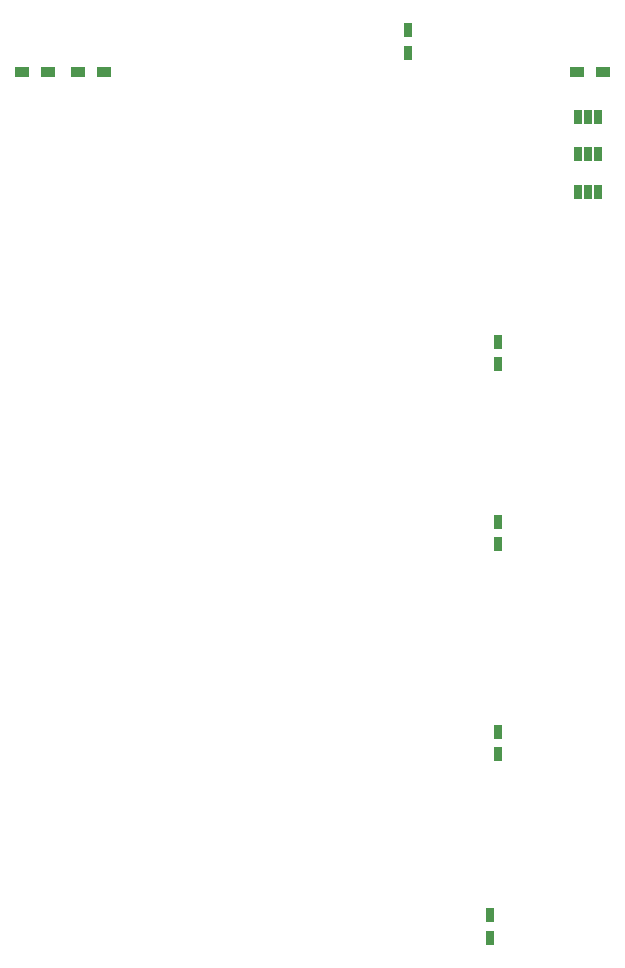
<source format=gtp>
G04 #@! TF.FileFunction,Paste,Top*
%FSLAX46Y46*%
G04 Gerber Fmt 4.6, Leading zero omitted, Abs format (unit mm)*
G04 Created by KiCad (PCBNEW 4.0.3-stable) date Sunday, August 14, 2016 'PMt' 09:33:05 PM*
%MOMM*%
%LPD*%
G01*
G04 APERTURE LIST*
%ADD10C,0.100000*%
%ADD11R,0.635000X1.270000*%
%ADD12R,1.200000X0.900000*%
%ADD13R,0.750000X1.200000*%
G04 APERTURE END LIST*
D10*
D11*
X103327200Y-176530000D03*
X104140000Y-176530000D03*
X104952800Y-176530000D03*
X103327200Y-179705000D03*
X104140000Y-179705000D03*
X104952800Y-179705000D03*
X103327200Y-182880000D03*
X104140000Y-182880000D03*
X104952800Y-182880000D03*
D12*
X60960000Y-172720000D03*
X63160000Y-172720000D03*
X58420000Y-172720000D03*
X56220000Y-172720000D03*
X103210000Y-172720000D03*
X105410000Y-172720000D03*
D13*
X95885000Y-244160000D03*
X95885000Y-246060000D03*
X96520000Y-228600000D03*
X96520000Y-230500000D03*
X96520000Y-210820000D03*
X96520000Y-212720000D03*
X96520000Y-195580000D03*
X96520000Y-197480000D03*
X88900000Y-169230000D03*
X88900000Y-171130000D03*
M02*

</source>
